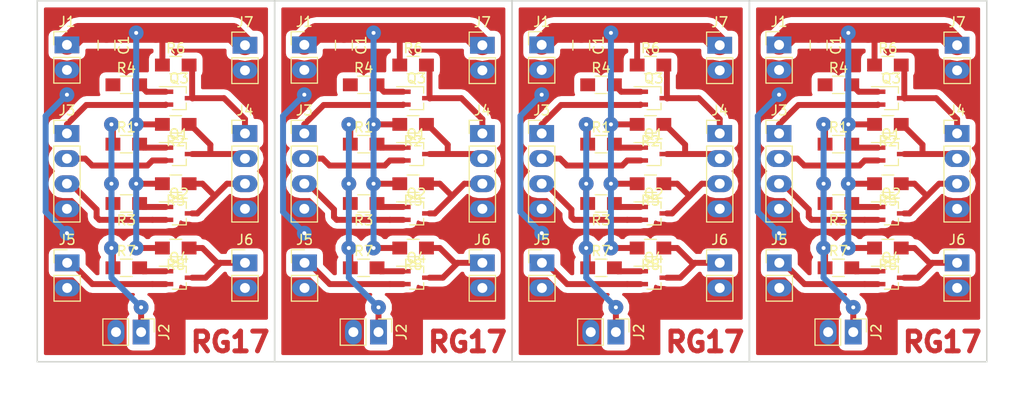
<source format=kicad_pcb>
(kicad_pcb (version 4) (host pcbnew 4.0.7-e2-6376~58~ubuntu16.04.1)
  (layers (0 F.Cu signal) (31 B.Cu signal) (34 B.Paste user) (35 F.Paste user) (36 B.SilkS user) (37 F.SilkS user) (38 B.Mask user) (39 F.Mask user) (44 Edge.Cuts user))
  (net 0 "")
  (net 1 +5V)
  (net 2 GND)
  (net 3 +3V3)
  (net 4 "Net-(J3-Pad1)")
  (net 5 "Net-(J3-Pad2)")
  (net 6 "Net-(J3-Pad3)")
  (net 7 "Net-(J4-Pad1)")
  (net 8 "Net-(J4-Pad2)")
  (net 9 "Net-(J4-Pad3)")
  (net 10 "Net-(J5-Pad1)")
  (net 11 "Net-(J6-Pad1)")
  (net 12 "Net-(Q1-Pad1)")
  (net 13 "Net-(Q2-Pad1)")
  (net 14 "Net-(Q3-Pad1)")
  (net 15 "Net-(Q4-Pad1)")
  (module Resistors_SMD:R_0805_HandSoldering (layer F.Cu) (at 99 19)
    (fp_text reference R6 (at 0 -1.7) (layer F.SilkS))
    (fp_text value 10k)
    (pad 1 smd rect (at -1.35 0) (size 1.5 1.3) (layers F.Cu F.Paste F.Mask) (net 1 +5V))
    (pad 2 smd rect (at 1.35 0) (size 1.5 1.3) (layers F.Cu F.Paste F.Mask) (net 7 "Net-(J4-Pad1)"))
  )
  (module baby_panel_footprints:Header_1x02_2.54mm_Oval (layer F.Cu) (at 106 17)
    (fp_text reference J7 (at 0 -2.33) (layer F.SilkS))
    (fp_text value Conn_01x02_Male)
    (pad 1 thru_hole rect (at 0 0) (size 2.5 1.7) (drill 1) (layers *.Cu *.Mask) (net 1 +5V))
    (pad 2 thru_hole oval (at 0 2.54) (size 2.5 1.7) (drill 1) (layers *.Cu *.Mask) (net 2 GND))
  )
  (module Capacitors_SMD:C_0805_HandSoldering (layer F.Cu) (at 92 17 270)
    (fp_text reference C1 (at 0 -1.75 270) (layer F.SilkS))
    (fp_text value 100n)
    (pad 1 smd rect (at -1.25 0 270) (size 1.5 1.25) (layers F.Cu F.Paste F.Mask) (net 1 +5V))
    (pad 2 smd rect (at 1.25 0 270) (size 1.5 1.25) (layers F.Cu F.Paste F.Mask) (net 2 GND))
  )
  (module baby_panel_footprints:Header_1x02_2.54mm_Oval (layer F.Cu) (at 88 16.96)
    (fp_text reference J1 (at 0 -2.33) (layer F.SilkS))
    (fp_text value Conn_01x02_Male)
    (pad 1 thru_hole rect (at 0 0) (size 2.5 1.7) (drill 1) (layers *.Cu *.Mask) (net 1 +5V))
    (pad 2 thru_hole oval (at 0 2.54) (size 2.5 1.7) (drill 1) (layers *.Cu *.Mask) (net 2 GND))
  )
  (module Resistors_SMD:R_0805_HandSoldering (layer F.Cu) (at 94 21)
    (fp_text reference R4 (at 0 -1.7) (layer F.SilkS))
    (fp_text value 10k)
    (pad 1 smd rect (at -1.35 0) (size 1.5 1.3) (layers F.Cu F.Paste F.Mask) (net 3 +3V3))
    (pad 2 smd rect (at 1.35 0) (size 1.5 1.3) (layers F.Cu F.Paste F.Mask) (net 14 "Net-(Q3-Pad1)"))
  )
  (module Resistors_SMD:R_0805_HandSoldering (layer F.Cu) (at 70 33 180)
    (fp_text reference R3 (at 0 -1.7 180) (layer F.SilkS))
    (fp_text value 10k)
    (pad 1 smd rect (at -1.35 0 180) (size 1.5 1.3) (layers F.Cu F.Paste F.Mask) (net 13 "Net-(Q2-Pad1)"))
    (pad 2 smd rect (at 1.35 0 180) (size 1.5 1.3) (layers F.Cu F.Paste F.Mask) (net 3 +3V3))
  )
  (module Resistors_SMD:R_0805_HandSoldering (layer F.Cu) (at 70 39.5)
    (fp_text reference R7 (at 0 -1.7) (layer F.SilkS))
    (fp_text value 10k)
    (pad 1 smd rect (at -1.35 0) (size 1.5 1.3) (layers F.Cu F.Paste F.Mask) (net 3 +3V3))
    (pad 2 smd rect (at 1.35 0) (size 1.5 1.3) (layers F.Cu F.Paste F.Mask) (net 15 "Net-(Q4-Pad1)"))
  )
  (module Resistors_SMD:R_0805_HandSoldering (layer F.Cu) (at 70 27)
    (fp_text reference R1 (at 0 -1.7) (layer F.SilkS))
    (fp_text value 10k)
    (pad 1 smd rect (at -1.35 0) (size 1.5 1.3) (layers F.Cu F.Paste F.Mask) (net 3 +3V3))
    (pad 2 smd rect (at 1.35 0) (size 1.5 1.3) (layers F.Cu F.Paste F.Mask) (net 12 "Net-(Q1-Pad1)"))
  )
  (module baby_panel_footprints:Header_1x02_2.54mm_Oval (layer F.Cu) (at 71.5 46 270)
    (fp_text reference J2 (at 0 -2.33 270) (layer F.SilkS))
    (fp_text value Conn_01x02_Male)
    (pad 1 thru_hole rect (at 0 0 270) (size 2.5 1.7) (drill 1) (layers *.Cu *.Mask) (net 3 +3V3))
    (pad 2 thru_hole oval (at 0 2.54 270) (size 2.5 1.7) (drill 1) (layers *.Cu *.Mask) (net 2 GND))
  )
  (module baby_panel_footprints:Header_1x04_2.54mm_Oval (layer F.Cu) (at 64 25.92)
    (fp_text reference J3 (at 0 -2.33) (layer F.SilkS))
    (fp_text value Conn_01x04_Male)
    (pad 1 thru_hole rect (at 0 0) (size 2.5 1.7) (drill 1) (layers *.Cu *.Mask) (net 4 "Net-(J3-Pad1)"))
    (pad 2 thru_hole oval (at 0 2.54) (size 2.5 1.7) (drill 1) (layers *.Cu *.Mask) (net 5 "Net-(J3-Pad2)"))
    (pad 3 thru_hole oval (at 0 5.08) (size 2.5 1.7) (drill 1) (layers *.Cu *.Mask) (net 6 "Net-(J3-Pad3)"))
    (pad 4 thru_hole oval (at 0 7.62) (size 2.5 1.7) (drill 1) (layers *.Cu *.Mask) (net 2 GND))
  )
  (module baby_panel_footprints:Header_1x02_2.54mm_Oval (layer F.Cu) (at 64.022858 39)
    (fp_text reference J5 (at 0 -2.33) (layer F.SilkS))
    (fp_text value Conn_01x02_Male)
    (pad 1 thru_hole rect (at 0 0) (size 2.5 1.7) (drill 1) (layers *.Cu *.Mask) (net 10 "Net-(J5-Pad1)"))
    (pad 2 thru_hole oval (at 0 2.54) (size 2.5 1.7) (drill 1) (layers *.Cu *.Mask) (net 2 GND))
  )
  (module baby_panel_footprints:Header_1x04_2.54mm_Oval (layer F.Cu) (at 88 25.92)
    (fp_text reference J3 (at 0 -2.33) (layer F.SilkS))
    (fp_text value Conn_01x04_Male)
    (pad 1 thru_hole rect (at 0 0) (size 2.5 1.7) (drill 1) (layers *.Cu *.Mask) (net 4 "Net-(J3-Pad1)"))
    (pad 2 thru_hole oval (at 0 2.54) (size 2.5 1.7) (drill 1) (layers *.Cu *.Mask) (net 5 "Net-(J3-Pad2)"))
    (pad 3 thru_hole oval (at 0 5.08) (size 2.5 1.7) (drill 1) (layers *.Cu *.Mask) (net 6 "Net-(J3-Pad3)"))
    (pad 4 thru_hole oval (at 0 7.62) (size 2.5 1.7) (drill 1) (layers *.Cu *.Mask) (net 2 GND))
  )
  (module TO_SOT_Packages_SMD:SOT-323_SC-70_Handsoldering (layer F.Cu) (at 75.33 28)
    (fp_text reference Q1 (at 0 -2) (layer F.SilkS))
    (fp_text value BC847W)
    (pad 1 smd rect (at -1.33 -0.65 270) (size 0.45 1.5) (layers F.Cu F.Paste F.Mask) (net 12 "Net-(Q1-Pad1)"))
    (pad 2 smd rect (at -1.33 0.65 270) (size 0.45 1.5) (layers F.Cu F.Paste F.Mask) (net 5 "Net-(J3-Pad2)"))
    (pad 3 smd rect (at 1.33 0 270) (size 0.45 1.5) (layers F.Cu F.Paste F.Mask) (net 8 "Net-(J4-Pad2)"))
  )
  (module Resistors_SMD:R_0805_HandSoldering (layer F.Cu) (at 75 31 180)
    (fp_text reference R5 (at 0 -1.7 180) (layer F.SilkS))
    (fp_text value 10k)
    (pad 1 smd rect (at -1.35 0 180) (size 1.5 1.3) (layers F.Cu F.Paste F.Mask) (net 9 "Net-(J4-Pad3)"))
    (pad 2 smd rect (at 1.35 0 180) (size 1.5 1.3) (layers F.Cu F.Paste F.Mask) (net 1 +5V))
  )
  (module Resistors_SMD:R_0805_HandSoldering (layer F.Cu) (at 75 25 180)
    (fp_text reference R2 (at 0 -1.7 180) (layer F.SilkS))
    (fp_text value 10k)
    (pad 1 smd rect (at -1.35 0 180) (size 1.5 1.3) (layers F.Cu F.Paste F.Mask) (net 8 "Net-(J4-Pad2)"))
    (pad 2 smd rect (at 1.35 0 180) (size 1.5 1.3) (layers F.Cu F.Paste F.Mask) (net 1 +5V))
  )
  (module baby_panel_footprints:Header_1x04_2.54mm_Oval (layer F.Cu) (at 82 25.92)
    (fp_text reference J4 (at 0 -2.33) (layer F.SilkS))
    (fp_text value Conn_01x04_Male)
    (pad 1 thru_hole rect (at 0 0) (size 2.5 1.7) (drill 1) (layers *.Cu *.Mask) (net 7 "Net-(J4-Pad1)"))
    (pad 2 thru_hole oval (at 0 2.54) (size 2.5 1.7) (drill 1) (layers *.Cu *.Mask) (net 8 "Net-(J4-Pad2)"))
    (pad 3 thru_hole oval (at 0 5.08) (size 2.5 1.7) (drill 1) (layers *.Cu *.Mask) (net 9 "Net-(J4-Pad3)"))
    (pad 4 thru_hole oval (at 0 7.62) (size 2.5 1.7) (drill 1) (layers *.Cu *.Mask) (net 2 GND))
  )
  (module TO_SOT_Packages_SMD:SOT-323_SC-70_Handsoldering (layer F.Cu) (at 99.33 22.35)
    (fp_text reference Q3 (at 0 -2) (layer F.SilkS))
    (fp_text value BC847W)
    (pad 1 smd rect (at -1.33 -0.65 270) (size 0.45 1.5) (layers F.Cu F.Paste F.Mask) (net 14 "Net-(Q3-Pad1)"))
    (pad 2 smd rect (at -1.33 0.65 270) (size 0.45 1.5) (layers F.Cu F.Paste F.Mask) (net 4 "Net-(J3-Pad1)"))
    (pad 3 smd rect (at 1.33 0 270) (size 0.45 1.5) (layers F.Cu F.Paste F.Mask) (net 7 "Net-(J4-Pad1)"))
  )
  (module TO_SOT_Packages_SMD:SOT-323_SC-70_Handsoldering (layer F.Cu) (at 99.33 28)
    (fp_text reference Q1 (at 0 -2) (layer F.SilkS))
    (fp_text value BC847W)
    (pad 1 smd rect (at -1.33 -0.65 270) (size 0.45 1.5) (layers F.Cu F.Paste F.Mask) (net 12 "Net-(Q1-Pad1)"))
    (pad 2 smd rect (at -1.33 0.65 270) (size 0.45 1.5) (layers F.Cu F.Paste F.Mask) (net 5 "Net-(J3-Pad2)"))
    (pad 3 smd rect (at 1.33 0 270) (size 0.45 1.5) (layers F.Cu F.Paste F.Mask) (net 8 "Net-(J4-Pad2)"))
  )
  (module Resistors_SMD:R_0805_HandSoldering (layer F.Cu) (at 94 27)
    (fp_text reference R1 (at 0 -1.7) (layer F.SilkS))
    (fp_text value 10k)
    (pad 1 smd rect (at -1.35 0) (size 1.5 1.3) (layers F.Cu F.Paste F.Mask) (net 3 +3V3))
    (pad 2 smd rect (at 1.35 0) (size 1.5 1.3) (layers F.Cu F.Paste F.Mask) (net 12 "Net-(Q1-Pad1)"))
  )
  (module Resistors_SMD:R_0805_HandSoldering (layer F.Cu) (at 99 25 180)
    (fp_text reference R2 (at 0 -1.7 180) (layer F.SilkS))
    (fp_text value 10k)
    (pad 1 smd rect (at -1.35 0 180) (size 1.5 1.3) (layers F.Cu F.Paste F.Mask) (net 8 "Net-(J4-Pad2)"))
    (pad 2 smd rect (at 1.35 0 180) (size 1.5 1.3) (layers F.Cu F.Paste F.Mask) (net 1 +5V))
  )
  (module Resistors_SMD:R_0805_HandSoldering (layer F.Cu) (at 99 31 180)
    (fp_text reference R5 (at 0 -1.7 180) (layer F.SilkS))
    (fp_text value 10k)
    (pad 1 smd rect (at -1.35 0 180) (size 1.5 1.3) (layers F.Cu F.Paste F.Mask) (net 9 "Net-(J4-Pad3)"))
    (pad 2 smd rect (at 1.35 0 180) (size 1.5 1.3) (layers F.Cu F.Paste F.Mask) (net 1 +5V))
  )
  (module baby_panel_footprints:Header_1x02_2.54mm_Oval (layer F.Cu) (at 88.022858 39)
    (fp_text reference J5 (at 0 -2.33) (layer F.SilkS))
    (fp_text value Conn_01x02_Male)
    (pad 1 thru_hole rect (at 0 0) (size 2.5 1.7) (drill 1) (layers *.Cu *.Mask) (net 10 "Net-(J5-Pad1)"))
    (pad 2 thru_hole oval (at 0 2.54) (size 2.5 1.7) (drill 1) (layers *.Cu *.Mask) (net 2 GND))
  )
  (module TO_SOT_Packages_SMD:SOT-323_SC-70_Handsoldering (layer F.Cu) (at 75.33 34)
    (fp_text reference Q2 (at 0 -2) (layer F.SilkS))
    (fp_text value BC847W)
    (pad 1 smd rect (at -1.33 -0.65 270) (size 0.45 1.5) (layers F.Cu F.Paste F.Mask) (net 13 "Net-(Q2-Pad1)"))
    (pad 2 smd rect (at -1.33 0.65 270) (size 0.45 1.5) (layers F.Cu F.Paste F.Mask) (net 6 "Net-(J3-Pad3)"))
    (pad 3 smd rect (at 1.33 0 270) (size 0.45 1.5) (layers F.Cu F.Paste F.Mask) (net 9 "Net-(J4-Pad3)"))
  )
  (module baby_panel_footprints:Header_1x02_2.54mm_Oval (layer F.Cu) (at 82 39)
    (fp_text reference J6 (at 0 -2.33) (layer F.SilkS))
    (fp_text value Conn_01x02_Male)
    (pad 1 thru_hole rect (at 0 0) (size 2.5 1.7) (drill 1) (layers *.Cu *.Mask) (net 11 "Net-(J6-Pad1)"))
    (pad 2 thru_hole oval (at 0 2.54) (size 2.5 1.7) (drill 1) (layers *.Cu *.Mask) (net 2 GND))
  )
  (module TO_SOT_Packages_SMD:SOT-323_SC-70_Handsoldering (layer F.Cu) (at 75.33 40.5)
    (fp_text reference Q4 (at 0 -2) (layer F.SilkS))
    (fp_text value BC847W)
    (pad 1 smd rect (at -1.33 -0.65 270) (size 0.45 1.5) (layers F.Cu F.Paste F.Mask) (net 15 "Net-(Q4-Pad1)"))
    (pad 2 smd rect (at -1.33 0.65 270) (size 0.45 1.5) (layers F.Cu F.Paste F.Mask) (net 10 "Net-(J5-Pad1)"))
    (pad 3 smd rect (at 1.33 0 270) (size 0.45 1.5) (layers F.Cu F.Paste F.Mask) (net 11 "Net-(J6-Pad1)"))
  )
  (module Resistors_SMD:R_0805_HandSoldering (layer F.Cu) (at 75 37.5 180)
    (fp_text reference R8 (at 0 -1.7 180) (layer F.SilkS))
    (fp_text value 10k)
    (pad 1 smd rect (at -1.35 0 180) (size 1.5 1.3) (layers F.Cu F.Paste F.Mask) (net 11 "Net-(J6-Pad1)"))
    (pad 2 smd rect (at 1.35 0 180) (size 1.5 1.3) (layers F.Cu F.Paste F.Mask) (net 1 +5V))
  )
  (module baby_panel_footprints:Header_1x02_2.54mm_Oval (layer F.Cu) (at 82 17)
    (fp_text reference J7 (at 0 -2.33) (layer F.SilkS))
    (fp_text value Conn_01x02_Male)
    (pad 1 thru_hole rect (at 0 0) (size 2.5 1.7) (drill 1) (layers *.Cu *.Mask) (net 1 +5V))
    (pad 2 thru_hole oval (at 0 2.54) (size 2.5 1.7) (drill 1) (layers *.Cu *.Mask) (net 2 GND))
  )
  (module TO_SOT_Packages_SMD:SOT-323_SC-70_Handsoldering (layer F.Cu) (at 75.33 22.35)
    (fp_text reference Q3 (at 0 -2) (layer F.SilkS))
    (fp_text value BC847W)
    (pad 1 smd rect (at -1.33 -0.65 270) (size 0.45 1.5) (layers F.Cu F.Paste F.Mask) (net 14 "Net-(Q3-Pad1)"))
    (pad 2 smd rect (at -1.33 0.65 270) (size 0.45 1.5) (layers F.Cu F.Paste F.Mask) (net 4 "Net-(J3-Pad1)"))
    (pad 3 smd rect (at 1.33 0 270) (size 0.45 1.5) (layers F.Cu F.Paste F.Mask) (net 7 "Net-(J4-Pad1)"))
  )
  (module Resistors_SMD:R_0805_HandSoldering (layer F.Cu) (at 70 21)
    (fp_text reference R4 (at 0 -1.7) (layer F.SilkS))
    (fp_text value 10k)
    (pad 1 smd rect (at -1.35 0) (size 1.5 1.3) (layers F.Cu F.Paste F.Mask) (net 3 +3V3))
    (pad 2 smd rect (at 1.35 0) (size 1.5 1.3) (layers F.Cu F.Paste F.Mask) (net 14 "Net-(Q3-Pad1)"))
  )
  (module Capacitors_SMD:C_0805_HandSoldering (layer F.Cu) (at 68 17 270)
    (fp_text reference C1 (at 0 -1.75 270) (layer F.SilkS))
    (fp_text value 100n)
    (pad 1 smd rect (at -1.25 0 270) (size 1.5 1.25) (layers F.Cu F.Paste F.Mask) (net 1 +5V))
    (pad 2 smd rect (at 1.25 0 270) (size 1.5 1.25) (layers F.Cu F.Paste F.Mask) (net 2 GND))
  )
  (module baby_panel_footprints:Header_1x02_2.54mm_Oval (layer F.Cu) (at 64 16.96)
    (fp_text reference J1 (at 0 -2.33) (layer F.SilkS))
    (fp_text value Conn_01x02_Male)
    (pad 1 thru_hole rect (at 0 0) (size 2.5 1.7) (drill 1) (layers *.Cu *.Mask) (net 1 +5V))
    (pad 2 thru_hole oval (at 0 2.54) (size 2.5 1.7) (drill 1) (layers *.Cu *.Mask) (net 2 GND))
  )
  (module Resistors_SMD:R_0805_HandSoldering (layer F.Cu) (at 75 19)
    (fp_text reference R6 (at 0 -1.7) (layer F.SilkS))
    (fp_text value 10k)
    (pad 1 smd rect (at -1.35 0) (size 1.5 1.3) (layers F.Cu F.Paste F.Mask) (net 1 +5V))
    (pad 2 smd rect (at 1.35 0) (size 1.5 1.3) (layers F.Cu F.Paste F.Mask) (net 7 "Net-(J4-Pad1)"))
  )
  (module Resistors_SMD:R_0805_HandSoldering (layer F.Cu) (at 99 37.5 180)
    (fp_text reference R8 (at 0 -1.7 180) (layer F.SilkS))
    (fp_text value 10k)
    (pad 1 smd rect (at -1.35 0 180) (size 1.5 1.3) (layers F.Cu F.Paste F.Mask) (net 11 "Net-(J6-Pad1)"))
    (pad 2 smd rect (at 1.35 0 180) (size 1.5 1.3) (layers F.Cu F.Paste F.Mask) (net 1 +5V))
  )
  (module baby_panel_footprints:Header_1x02_2.54mm_Oval (layer F.Cu) (at 106 39)
    (fp_text reference J6 (at 0 -2.33) (layer F.SilkS))
    (fp_text value Conn_01x02_Male)
    (pad 1 thru_hole rect (at 0 0) (size 2.5 1.7) (drill 1) (layers *.Cu *.Mask) (net 11 "Net-(J6-Pad1)"))
    (pad 2 thru_hole oval (at 0 2.54) (size 2.5 1.7) (drill 1) (layers *.Cu *.Mask) (net 2 GND))
  )
  (module baby_panel_footprints:Header_1x02_2.54mm_Oval (layer F.Cu) (at 95.5 46 270)
    (fp_text reference J2 (at 0 -2.33 270) (layer F.SilkS))
    (fp_text value Conn_01x02_Male)
    (pad 1 thru_hole rect (at 0 0 270) (size 2.5 1.7) (drill 1) (layers *.Cu *.Mask) (net 3 +3V3))
    (pad 2 thru_hole oval (at 0 2.54 270) (size 2.5 1.7) (drill 1) (layers *.Cu *.Mask) (net 2 GND))
  )
  (module TO_SOT_Packages_SMD:SOT-323_SC-70_Handsoldering (layer F.Cu) (at 99.33 34)
    (fp_text reference Q2 (at 0 -2) (layer F.SilkS))
    (fp_text value BC847W)
    (pad 1 smd rect (at -1.33 -0.65 270) (size 0.45 1.5) (layers F.Cu F.Paste F.Mask) (net 13 "Net-(Q2-Pad1)"))
    (pad 2 smd rect (at -1.33 0.65 270) (size 0.45 1.5) (layers F.Cu F.Paste F.Mask) (net 6 "Net-(J3-Pad3)"))
    (pad 3 smd rect (at 1.33 0 270) (size 0.45 1.5) (layers F.Cu F.Paste F.Mask) (net 9 "Net-(J4-Pad3)"))
  )
  (module TO_SOT_Packages_SMD:SOT-323_SC-70_Handsoldering (layer F.Cu) (at 99.33 40.5)
    (fp_text reference Q4 (at 0 -2) (layer F.SilkS))
    (fp_text value BC847W)
    (pad 1 smd rect (at -1.33 -0.65 270) (size 0.45 1.5) (layers F.Cu F.Paste F.Mask) (net 15 "Net-(Q4-Pad1)"))
    (pad 2 smd rect (at -1.33 0.65 270) (size 0.45 1.5) (layers F.Cu F.Paste F.Mask) (net 10 "Net-(J5-Pad1)"))
    (pad 3 smd rect (at 1.33 0 270) (size 0.45 1.5) (layers F.Cu F.Paste F.Mask) (net 11 "Net-(J6-Pad1)"))
  )
  (module Resistors_SMD:R_0805_HandSoldering (layer F.Cu) (at 94 33 180)
    (fp_text reference R3 (at 0 -1.7 180) (layer F.SilkS))
    (fp_text value 10k)
    (pad 1 smd rect (at -1.35 0 180) (size 1.5 1.3) (layers F.Cu F.Paste F.Mask) (net 13 "Net-(Q2-Pad1)"))
    (pad 2 smd rect (at 1.35 0 180) (size 1.5 1.3) (layers F.Cu F.Paste F.Mask) (net 3 +3V3))
  )
  (module baby_panel_footprints:Header_1x04_2.54mm_Oval (layer F.Cu) (at 106 25.92)
    (fp_text reference J4 (at 0 -2.33) (layer F.SilkS))
    (fp_text value Conn_01x04_Male)
    (pad 1 thru_hole rect (at 0 0) (size 2.5 1.7) (drill 1) (layers *.Cu *.Mask) (net 7 "Net-(J4-Pad1)"))
    (pad 2 thru_hole oval (at 0 2.54) (size 2.5 1.7) (drill 1) (layers *.Cu *.Mask) (net 8 "Net-(J4-Pad2)"))
    (pad 3 thru_hole oval (at 0 5.08) (size 2.5 1.7) (drill 1) (layers *.Cu *.Mask) (net 9 "Net-(J4-Pad3)"))
    (pad 4 thru_hole oval (at 0 7.62) (size 2.5 1.7) (drill 1) (layers *.Cu *.Mask) (net 2 GND))
  )
  (module Resistors_SMD:R_0805_HandSoldering (layer F.Cu) (at 94 39.5)
    (fp_text reference R7 (at 0 -1.7) (layer F.SilkS))
    (fp_text value 10k)
    (pad 1 smd rect (at -1.35 0) (size 1.5 1.3) (layers F.Cu F.Paste F.Mask) (net 3 +3V3))
    (pad 2 smd rect (at 1.35 0) (size 1.5 1.3) (layers F.Cu F.Paste F.Mask) (net 15 "Net-(Q4-Pad1)"))
  )
  (module Resistors_SMD:R_0805_HandSoldering (layer F.Cu) (at 51 37.5 180)
    (fp_text reference R8 (at 0 -1.7 180) (layer F.SilkS))
    (fp_text value 10k)
    (pad 1 smd rect (at -1.35 0 180) (size 1.5 1.3) (layers F.Cu F.Paste F.Mask) (net 11 "Net-(J6-Pad1)"))
    (pad 2 smd rect (at 1.35 0 180) (size 1.5 1.3) (layers F.Cu F.Paste F.Mask) (net 1 +5V))
  )
  (module baby_panel_footprints:Header_1x02_2.54mm_Oval (layer F.Cu) (at 40.022858 39)
    (fp_text reference J5 (at 0 -2.33) (layer F.SilkS))
    (fp_text value Conn_01x02_Male)
    (pad 1 thru_hole rect (at 0 0) (size 2.5 1.7) (drill 1) (layers *.Cu *.Mask) (net 10 "Net-(J5-Pad1)"))
    (pad 2 thru_hole oval (at 0 2.54) (size 2.5 1.7) (drill 1) (layers *.Cu *.Mask) (net 2 GND))
  )
  (module baby_panel_footprints:Header_1x02_2.54mm_Oval (layer F.Cu) (at 58 39)
    (fp_text reference J6 (at 0 -2.33) (layer F.SilkS))
    (fp_text value Conn_01x02_Male)
    (pad 1 thru_hole rect (at 0 0) (size 2.5 1.7) (drill 1) (layers *.Cu *.Mask) (net 11 "Net-(J6-Pad1)"))
    (pad 2 thru_hole oval (at 0 2.54) (size 2.5 1.7) (drill 1) (layers *.Cu *.Mask) (net 2 GND))
  )
  (module baby_panel_footprints:Header_1x02_2.54mm_Oval (layer F.Cu) (at 47.5 46 270)
    (fp_text reference J2 (at 0 -2.33 270) (layer F.SilkS))
    (fp_text value Conn_01x02_Male)
    (pad 1 thru_hole rect (at 0 0 270) (size 2.5 1.7) (drill 1) (layers *.Cu *.Mask) (net 3 +3V3))
    (pad 2 thru_hole oval (at 0 2.54 270) (size 2.5 1.7) (drill 1) (layers *.Cu *.Mask) (net 2 GND))
  )
  (module TO_SOT_Packages_SMD:SOT-323_SC-70_Handsoldering (layer F.Cu) (at 51.33 34)
    (fp_text reference Q2 (at 0 -2) (layer F.SilkS))
    (fp_text value BC847W)
    (pad 1 smd rect (at -1.33 -0.65 270) (size 0.45 1.5) (layers F.Cu F.Paste F.Mask) (net 13 "Net-(Q2-Pad1)"))
    (pad 2 smd rect (at -1.33 0.65 270) (size 0.45 1.5) (layers F.Cu F.Paste F.Mask) (net 6 "Net-(J3-Pad3)"))
    (pad 3 smd rect (at 1.33 0 270) (size 0.45 1.5) (layers F.Cu F.Paste F.Mask) (net 9 "Net-(J4-Pad3)"))
  )
  (module TO_SOT_Packages_SMD:SOT-323_SC-70_Handsoldering (layer F.Cu) (at 51.33 40.5)
    (fp_text reference Q4 (at 0 -2) (layer F.SilkS))
    (fp_text value BC847W)
    (pad 1 smd rect (at -1.33 -0.65 270) (size 0.45 1.5) (layers F.Cu F.Paste F.Mask) (net 15 "Net-(Q4-Pad1)"))
    (pad 2 smd rect (at -1.33 0.65 270) (size 0.45 1.5) (layers F.Cu F.Paste F.Mask) (net 10 "Net-(J5-Pad1)"))
    (pad 3 smd rect (at 1.33 0 270) (size 0.45 1.5) (layers F.Cu F.Paste F.Mask) (net 11 "Net-(J6-Pad1)"))
  )
  (module Resistors_SMD:R_0805_HandSoldering (layer F.Cu) (at 46 33 180)
    (fp_text reference R3 (at 0 -1.7 180) (layer F.SilkS))
    (fp_text value 10k)
    (pad 1 smd rect (at -1.35 0 180) (size 1.5 1.3) (layers F.Cu F.Paste F.Mask) (net 13 "Net-(Q2-Pad1)"))
    (pad 2 smd rect (at 1.35 0 180) (size 1.5 1.3) (layers F.Cu F.Paste F.Mask) (net 3 +3V3))
  )
  (module Resistors_SMD:R_0805_HandSoldering (layer F.Cu) (at 46 39.5)
    (fp_text reference R7 (at 0 -1.7) (layer F.SilkS))
    (fp_text value 10k)
    (pad 1 smd rect (at -1.35 0) (size 1.5 1.3) (layers F.Cu F.Paste F.Mask) (net 3 +3V3))
    (pad 2 smd rect (at 1.35 0) (size 1.5 1.3) (layers F.Cu F.Paste F.Mask) (net 15 "Net-(Q4-Pad1)"))
  )
  (module Resistors_SMD:R_0805_HandSoldering (layer F.Cu) (at 51 19)
    (fp_text reference R6 (at 0 -1.7) (layer F.SilkS))
    (fp_text value 10k)
    (pad 1 smd rect (at -1.35 0) (size 1.5 1.3) (layers F.Cu F.Paste F.Mask) (net 1 +5V))
    (pad 2 smd rect (at 1.35 0) (size 1.5 1.3) (layers F.Cu F.Paste F.Mask) (net 7 "Net-(J4-Pad1)"))
  )
  (module baby_panel_footprints:Header_1x02_2.54mm_Oval (layer F.Cu) (at 58 17)
    (fp_text reference J7 (at 0 -2.33) (layer F.SilkS))
    (fp_text value Conn_01x02_Male)
    (pad 1 thru_hole rect (at 0 0) (size 2.5 1.7) (drill 1) (layers *.Cu *.Mask) (net 1 +5V))
    (pad 2 thru_hole oval (at 0 2.54) (size 2.5 1.7) (drill 1) (layers *.Cu *.Mask) (net 2 GND))
  )
  (module Capacitors_SMD:C_0805_HandSoldering (layer F.Cu) (at 44 17 270)
    (fp_text reference C1 (at 0 -1.75 270) (layer F.SilkS))
    (fp_text value 100n)
    (pad 1 smd rect (at -1.25 0 270) (size 1.5 1.25) (layers F.Cu F.Paste F.Mask) (net 1 +5V))
    (pad 2 smd rect (at 1.25 0 270) (size 1.5 1.25) (layers F.Cu F.Paste F.Mask) (net 2 GND))
  )
  (module baby_panel_footprints:Header_1x02_2.54mm_Oval (layer F.Cu) (at 40 16.96)
    (fp_text reference J1 (at 0 -2.33) (layer F.SilkS))
    (fp_text value Conn_01x02_Male)
    (pad 1 thru_hole rect (at 0 0) (size 2.5 1.7) (drill 1) (layers *.Cu *.Mask) (net 1 +5V))
    (pad 2 thru_hole oval (at 0 2.54) (size 2.5 1.7) (drill 1) (layers *.Cu *.Mask) (net 2 GND))
  )
  (module TO_SOT_Packages_SMD:SOT-323_SC-70_Handsoldering (layer F.Cu) (at 51.33 22.35)
    (fp_text reference Q3 (at 0 -2) (layer F.SilkS))
    (fp_text value BC847W)
    (pad 1 smd rect (at -1.33 -0.65 270) (size 0.45 1.5) (layers F.Cu F.Paste F.Mask) (net 14 "Net-(Q3-Pad1)"))
    (pad 2 smd rect (at -1.33 0.65 270) (size 0.45 1.5) (layers F.Cu F.Paste F.Mask) (net 4 "Net-(J3-Pad1)"))
    (pad 3 smd rect (at 1.33 0 270) (size 0.45 1.5) (layers F.Cu F.Paste F.Mask) (net 7 "Net-(J4-Pad1)"))
  )
  (module Resistors_SMD:R_0805_HandSoldering (layer F.Cu) (at 46 21)
    (fp_text reference R4 (at 0 -1.7) (layer F.SilkS))
    (fp_text value 10k)
    (pad 1 smd rect (at -1.35 0) (size 1.5 1.3) (layers F.Cu F.Paste F.Mask) (net 3 +3V3))
    (pad 2 smd rect (at 1.35 0) (size 1.5 1.3) (layers F.Cu F.Paste F.Mask) (net 14 "Net-(Q3-Pad1)"))
  )
  (module baby_panel_footprints:Header_1x04_2.54mm_Oval (layer F.Cu) (at 58 25.92)
    (fp_text reference J4 (at 0 -2.33) (layer F.SilkS))
    (fp_text value Conn_01x04_Male)
    (pad 1 thru_hole rect (at 0 0) (size 2.5 1.7) (drill 1) (layers *.Cu *.Mask) (net 7 "Net-(J4-Pad1)"))
    (pad 2 thru_hole oval (at 0 2.54) (size 2.5 1.7) (drill 1) (layers *.Cu *.Mask) (net 8 "Net-(J4-Pad2)"))
    (pad 3 thru_hole oval (at 0 5.08) (size 2.5 1.7) (drill 1) (layers *.Cu *.Mask) (net 9 "Net-(J4-Pad3)"))
    (pad 4 thru_hole oval (at 0 7.62) (size 2.5 1.7) (drill 1) (layers *.Cu *.Mask) (net 2 GND))
  )
  (module Resistors_SMD:R_0805_HandSoldering (layer F.Cu) (at 51 31 180)
    (fp_text reference R5 (at 0 -1.7 180) (layer F.SilkS))
    (fp_text value 10k)
    (pad 1 smd rect (at -1.35 0 180) (size 1.5 1.3) (layers F.Cu F.Paste F.Mask) (net 9 "Net-(J4-Pad3)"))
    (pad 2 smd rect (at 1.35 0 180) (size 1.5 1.3) (layers F.Cu F.Paste F.Mask) (net 1 +5V))
  )
  (module TO_SOT_Packages_SMD:SOT-323_SC-70_Handsoldering (layer F.Cu) (at 51.33 28)
    (fp_text reference Q1 (at 0 -2) (layer F.SilkS))
    (fp_text value BC847W)
    (pad 1 smd rect (at -1.33 -0.65 270) (size 0.45 1.5) (layers F.Cu F.Paste F.Mask) (net 12 "Net-(Q1-Pad1)"))
    (pad 2 smd rect (at -1.33 0.65 270) (size 0.45 1.5) (layers F.Cu F.Paste F.Mask) (net 5 "Net-(J3-Pad2)"))
    (pad 3 smd rect (at 1.33 0 270) (size 0.45 1.5) (layers F.Cu F.Paste F.Mask) (net 8 "Net-(J4-Pad2)"))
  )
  (module baby_panel_footprints:Header_1x04_2.54mm_Oval (layer F.Cu) (at 40 25.92)
    (fp_text reference J3 (at 0 -2.33) (layer F.SilkS))
    (fp_text value Conn_01x04_Male)
    (pad 1 thru_hole rect (at 0 0) (size 2.5 1.7) (drill 1) (layers *.Cu *.Mask) (net 4 "Net-(J3-Pad1)"))
    (pad 2 thru_hole oval (at 0 2.54) (size 2.5 1.7) (drill 1) (layers *.Cu *.Mask) (net 5 "Net-(J3-Pad2)"))
    (pad 3 thru_hole oval (at 0 5.08) (size 2.5 1.7) (drill 1) (layers *.Cu *.Mask) (net 6 "Net-(J3-Pad3)"))
    (pad 4 thru_hole oval (at 0 7.62) (size 2.5 1.7) (drill 1) (layers *.Cu *.Mask) (net 2 GND))
  )
  (module Resistors_SMD:R_0805_HandSoldering (layer F.Cu) (at 51 25 180)
    (fp_text reference R2 (at 0 -1.7 180) (layer F.SilkS))
    (fp_text value 10k)
    (pad 1 smd rect (at -1.35 0 180) (size 1.5 1.3) (layers F.Cu F.Paste F.Mask) (net 8 "Net-(J4-Pad2)"))
    (pad 2 smd rect (at 1.35 0 180) (size 1.5 1.3) (layers F.Cu F.Paste F.Mask) (net 1 +5V))
  )
  (module Resistors_SMD:R_0805_HandSoldering (layer F.Cu) (at 46 27)
    (fp_text reference R1 (at 0 -1.7) (layer F.SilkS))
    (fp_text value 10k)
    (pad 1 smd rect (at -1.35 0) (size 1.5 1.3) (layers F.Cu F.Paste F.Mask) (net 3 +3V3))
    (pad 2 smd rect (at 1.35 0) (size 1.5 1.3) (layers F.Cu F.Paste F.Mask) (net 12 "Net-(Q1-Pad1)"))
  )
  (module Capacitors_SMD:C_0805_HandSoldering (layer F.Cu) (at 20 17 270)
    (fp_text reference C1 (at 0 -1.75 270) (layer F.SilkS))
    (fp_text value 100n)
    (pad 1 smd rect (at -1.25 0 270) (size 1.5 1.25) (layers F.Cu F.Paste F.Mask) (net 1 +5V))
    (pad 2 smd rect (at 1.25 0 270) (size 1.5 1.25) (layers F.Cu F.Paste F.Mask) (net 2 GND))
  )
  (module baby_panel_footprints:Header_1x02_2.54mm_Oval (layer F.Cu) (at 16 16.96)
    (fp_text reference J1 (at 0 -2.33) (layer F.SilkS))
    (fp_text value Conn_01x02_Male)
    (pad 1 thru_hole rect (at 0 0) (size 2.5 1.7) (drill 1) (layers *.Cu *.Mask) (net 1 +5V))
    (pad 2 thru_hole oval (at 0 2.54) (size 2.5 1.7) (drill 1) (layers *.Cu *.Mask) (net 2 GND))
  )
  (module baby_panel_footprints:Header_1x02_2.54mm_Oval (layer F.Cu) (at 23.5 46 270)
    (fp_text reference J2 (at 0 -2.33 270) (layer F.SilkS))
    (fp_text value Conn_01x02_Male)
    (pad 1 thru_hole rect (at 0 0 270) (size 2.5 1.7) (drill 1) (layers *.Cu *.Mask) (net 3 +3V3))
    (pad 2 thru_hole oval (at 0 2.54 270) (size 2.5 1.7) (drill 1) (layers *.Cu *.Mask) (net 2 GND))
  )
  (module baby_panel_footprints:Header_1x04_2.54mm_Oval (layer F.Cu) (at 16 25.92)
    (fp_text reference J3 (at 0 -2.33) (layer F.SilkS))
    (fp_text value Conn_01x04_Male)
    (pad 1 thru_hole rect (at 0 0) (size 2.5 1.7) (drill 1) (layers *.Cu *.Mask) (net 4 "Net-(J3-Pad1)"))
    (pad 2 thru_hole oval (at 0 2.54) (size 2.5 1.7) (drill 1) (layers *.Cu *.Mask) (net 5 "Net-(J3-Pad2)"))
    (pad 3 thru_hole oval (at 0 5.08) (size 2.5 1.7) (drill 1) (layers *.Cu *.Mask) (net 6 "Net-(J3-Pad3)"))
    (pad 4 thru_hole oval (at 0 7.62) (size 2.5 1.7) (drill 1) (layers *.Cu *.Mask) (net 2 GND))
  )
  (module baby_panel_footprints:Header_1x04_2.54mm_Oval (layer F.Cu) (at 34 25.92)
    (fp_text reference J4 (at 0 -2.33) (layer F.SilkS))
    (fp_text value Conn_01x04_Male)
    (pad 1 thru_hole rect (at 0 0) (size 2.5 1.7) (drill 1) (layers *.Cu *.Mask) (net 7 "Net-(J4-Pad1)"))
    (pad 2 thru_hole oval (at 0 2.54) (size 2.5 1.7) (drill 1) (layers *.Cu *.Mask) (net 8 "Net-(J4-Pad2)"))
    (pad 3 thru_hole oval (at 0 5.08) (size 2.5 1.7) (drill 1) (layers *.Cu *.Mask) (net 9 "Net-(J4-Pad3)"))
    (pad 4 thru_hole oval (at 0 7.62) (size 2.5 1.7) (drill 1) (layers *.Cu *.Mask) (net 2 GND))
  )
  (module baby_panel_footprints:Header_1x02_2.54mm_Oval (layer F.Cu) (at 16.022858 39)
    (fp_text reference J5 (at 0 -2.33) (layer F.SilkS))
    (fp_text value Conn_01x02_Male)
    (pad 1 thru_hole rect (at 0 0) (size 2.5 1.7) (drill 1) (layers *.Cu *.Mask) (net 10 "Net-(J5-Pad1)"))
    (pad 2 thru_hole oval (at 0 2.54) (size 2.5 1.7) (drill 1) (layers *.Cu *.Mask) (net 2 GND))
  )
  (module baby_panel_footprints:Header_1x02_2.54mm_Oval (layer F.Cu) (at 34 39)
    (fp_text reference J6 (at 0 -2.33) (layer F.SilkS))
    (fp_text value Conn_01x02_Male)
    (pad 1 thru_hole rect (at 0 0) (size 2.5 1.7) (drill 1) (layers *.Cu *.Mask) (net 11 "Net-(J6-Pad1)"))
    (pad 2 thru_hole oval (at 0 2.54) (size 2.5 1.7) (drill 1) (layers *.Cu *.Mask) (net 2 GND))
  )
  (module baby_panel_footprints:Header_1x02_2.54mm_Oval (layer F.Cu) (at 34 17)
    (fp_text reference J7 (at 0 -2.33) (layer F.SilkS))
    (fp_text value Conn_01x02_Male)
    (pad 1 thru_hole rect (at 0 0) (size 2.5 1.7) (drill 1) (layers *.Cu *.Mask) (net 1 +5V))
    (pad 2 thru_hole oval (at 0 2.54) (size 2.5 1.7) (drill 1) (layers *.Cu *.Mask) (net 2 GND))
  )
  (module TO_SOT_Packages_SMD:SOT-323_SC-70_Handsoldering (layer F.Cu) (at 27.33 28)
    (fp_text reference Q1 (at 0 -2) (layer F.SilkS))
    (fp_text value BC847W)
    (pad 1 smd rect (at -1.33 -0.65 270) (size 0.45 1.5) (layers F.Cu F.Paste F.Mask) (net 12 "Net-(Q1-Pad1)"))
    (pad 2 smd rect (at -1.33 0.65 270) (size 0.45 1.5) (layers F.Cu F.Paste F.Mask) (net 5 "Net-(J3-Pad2)"))
    (pad 3 smd rect (at 1.33 0 270) (size 0.45 1.5) (layers F.Cu F.Paste F.Mask) (net 8 "Net-(J4-Pad2)"))
  )
  (module TO_SOT_Packages_SMD:SOT-323_SC-70_Handsoldering (layer F.Cu) (at 27.33 34)
    (fp_text reference Q2 (at 0 -2) (layer F.SilkS))
    (fp_text value BC847W)
    (pad 1 smd rect (at -1.33 -0.65 270) (size 0.45 1.5) (layers F.Cu F.Paste F.Mask) (net 13 "Net-(Q2-Pad1)"))
    (pad 2 smd rect (at -1.33 0.65 270) (size 0.45 1.5) (layers F.Cu F.Paste F.Mask) (net 6 "Net-(J3-Pad3)"))
    (pad 3 smd rect (at 1.33 0 270) (size 0.45 1.5) (layers F.Cu F.Paste F.Mask) (net 9 "Net-(J4-Pad3)"))
  )
  (module TO_SOT_Packages_SMD:SOT-323_SC-70_Handsoldering (layer F.Cu) (at 27.33 22.35)
    (fp_text reference Q3 (at 0 -2) (layer F.SilkS))
    (fp_text value BC847W)
    (pad 1 smd rect (at -1.33 -0.65 270) (size 0.45 1.5) (layers F.Cu F.Paste F.Mask) (net 14 "Net-(Q3-Pad1)"))
    (pad 2 smd rect (at -1.33 0.65 270) (size 0.45 1.5) (layers F.Cu F.Paste F.Mask) (net 4 "Net-(J3-Pad1)"))
    (pad 3 smd rect (at 1.33 0 270) (size 0.45 1.5) (layers F.Cu F.Paste F.Mask) (net 7 "Net-(J4-Pad1)"))
  )
  (module TO_SOT_Packages_SMD:SOT-323_SC-70_Handsoldering (layer F.Cu) (at 27.33 40.5)
    (fp_text reference Q4 (at 0 -2) (layer F.SilkS))
    (fp_text value BC847W)
    (pad 1 smd rect (at -1.33 -0.65 270) (size 0.45 1.5) (layers F.Cu F.Paste F.Mask) (net 15 "Net-(Q4-Pad1)"))
    (pad 2 smd rect (at -1.33 0.65 270) (size 0.45 1.5) (layers F.Cu F.Paste F.Mask) (net 10 "Net-(J5-Pad1)"))
    (pad 3 smd rect (at 1.33 0 270) (size 0.45 1.5) (layers F.Cu F.Paste F.Mask) (net 11 "Net-(J6-Pad1)"))
  )
  (module Resistors_SMD:R_0805_HandSoldering (layer F.Cu) (at 22 27)
    (fp_text reference R1 (at 0 -1.7) (layer F.SilkS))
    (fp_text value 10k)
    (pad 1 smd rect (at -1.35 0) (size 1.5 1.3) (layers F.Cu F.Paste F.Mask) (net 3 +3V3))
    (pad 2 smd rect (at 1.35 0) (size 1.5 1.3) (layers F.Cu F.Paste F.Mask) (net 12 "Net-(Q1-Pad1)"))
  )
  (module Resistors_SMD:R_0805_HandSoldering (layer F.Cu) (at 27 25 180)
    (fp_text reference R2 (at 0 -1.7 180) (layer F.SilkS))
    (fp_text value 10k)
    (pad 1 smd rect (at -1.35 0 180) (size 1.5 1.3) (layers F.Cu F.Paste F.Mask) (net 8 "Net-(J4-Pad2)"))
    (pad 2 smd rect (at 1.35 0 180) (size 1.5 1.3) (layers F.Cu F.Paste F.Mask) (net 1 +5V))
  )
  (module Resistors_SMD:R_0805_HandSoldering (layer F.Cu) (at 22 33 180)
    (fp_text reference R3 (at 0 -1.7 180) (layer F.SilkS))
    (fp_text value 10k)
    (pad 1 smd rect (at -1.35 0 180) (size 1.5 1.3) (layers F.Cu F.Paste F.Mask) (net 13 "Net-(Q2-Pad1)"))
    (pad 2 smd rect (at 1.35 0 180) (size 1.5 1.3) (layers F.Cu F.Paste F.Mask) (net 3 +3V3))
  )
  (module Resistors_SMD:R_0805_HandSoldering (layer F.Cu) (at 22 21)
    (fp_text reference R4 (at 0 -1.7) (layer F.SilkS))
    (fp_text value 10k)
    (pad 1 smd rect (at -1.35 0) (size 1.5 1.3) (layers F.Cu F.Paste F.Mask) (net 3 +3V3))
    (pad 2 smd rect (at 1.35 0) (size 1.5 1.3) (layers F.Cu F.Paste F.Mask) (net 14 "Net-(Q3-Pad1)"))
  )
  (module Resistors_SMD:R_0805_HandSoldering (layer F.Cu) (at 27 31 180)
    (fp_text reference R5 (at 0 -1.7 180) (layer F.SilkS))
    (fp_text value 10k)
    (pad 1 smd rect (at -1.35 0 180) (size 1.5 1.3) (layers F.Cu F.Paste F.Mask) (net 9 "Net-(J4-Pad3)"))
    (pad 2 smd rect (at 1.35 0 180) (size 1.5 1.3) (layers F.Cu F.Paste F.Mask) (net 1 +5V))
  )
  (module Resistors_SMD:R_0805_HandSoldering (layer F.Cu) (at 27 19)
    (fp_text reference R6 (at 0 -1.7) (layer F.SilkS))
    (fp_text value 10k)
    (pad 1 smd rect (at -1.35 0) (size 1.5 1.3) (layers F.Cu F.Paste F.Mask) (net 1 +5V))
    (pad 2 smd rect (at 1.35 0) (size 1.5 1.3) (layers F.Cu F.Paste F.Mask) (net 7 "Net-(J4-Pad1)"))
  )
  (module Resistors_SMD:R_0805_HandSoldering (layer F.Cu) (at 22 39.5)
    (fp_text reference R7 (at 0 -1.7) (layer F.SilkS))
    (fp_text value 10k)
    (pad 1 smd rect (at -1.35 0) (size 1.5 1.3) (layers F.Cu F.Paste F.Mask) (net 3 +3V3))
    (pad 2 smd rect (at 1.35 0) (size 1.5 1.3) (layers F.Cu F.Paste F.Mask) (net 15 "Net-(Q4-Pad1)"))
  )
  (module Resistors_SMD:R_0805_HandSoldering (layer F.Cu) (at 27 37.5 180)
    (fp_text reference R8 (at 0 -1.7 180) (layer F.SilkS))
    (fp_text value 10k)
    (pad 1 smd rect (at -1.35 0 180) (size 1.5 1.3) (layers F.Cu F.Paste F.Mask) (net 11 "Net-(J6-Pad1)"))
    (pad 2 smd rect (at 1.35 0 180) (size 1.5 1.3) (layers F.Cu F.Paste F.Mask) (net 1 +5V))
  )
  (gr_line (start 85 12.5) (end 85 49) (layer Edge.Cuts) (width 0.15))
  (gr_line (start 61 49) (end 85 49) (layer Edge.Cuts) (width 0.15))
  (gr_line (start 85 49) (end 85 12.5) (layer Edge.Cuts) (width 0.15))
  (gr_line (start 85 12.5) (end 61 12.5) (layer Edge.Cuts) (width 0.15))
  (gr_line (start 109 12.5) (end 85 12.5) (layer Edge.Cuts) (width 0.15))
  (gr_line (start 85 49) (end 109 49) (layer Edge.Cuts) (width 0.15))
  (gr_line (start 109 49) (end 109 12.5) (layer Edge.Cuts) (width 0.15))
  (gr_line (start 61 12.5) (end 61 49) (layer Edge.Cuts) (width 0.15))
  (gr_text RG17 (at 104.5 47) (layer F.Cu) (effects (font (size 2 2) (thickness 0.5))))
  (gr_text RG17 (at 80.5 47) (layer F.Cu) (effects (font (size 2 2) (thickness 0.5))))
  (gr_line (start 37 12.5) (end 37 49) (layer Edge.Cuts) (width 0.15))
  (gr_line (start 37 49) (end 61 49) (layer Edge.Cuts) (width 0.15))
  (gr_line (start 61 49) (end 61 12.5) (layer Edge.Cuts) (width 0.15))
  (gr_line (start 61 12.5) (end 37 12.5) (layer Edge.Cuts) (width 0.15))
  (gr_text RG17 (at 56.5 47) (layer F.Cu) (effects (font (size 2 2) (thickness 0.5))))
  (gr_text RG17 (at 32.5 47) (layer F.Cu) (effects (font (size 2 2) (thickness 0.5))))
  (gr_line (start 37 12.5) (end 13 12.5) (layer Edge.Cuts) (width 0.15))
  (gr_line (start 37 49) (end 37 12.5) (layer Edge.Cuts) (width 0.15))
  (gr_line (start 13 49) (end 37 49) (layer Edge.Cuts) (width 0.15))
  (gr_line (start 13 12.5) (end 13 49) (layer Edge.Cuts) (width 0.15))
  (segment (start 95 37.499998) (end 95 31) (width 0.6) (layer B.Cu) (net 1))
  (segment (start 95 25) (end 95 15.75) (width 0.6) (layer B.Cu) (net 1))
  (segment (start 95 31) (end 95 25) (width 0.6) (layer B.Cu) (net 1))
  (segment (start 71 31) (end 71 25) (width 0.6) (layer B.Cu) (net 1))
  (segment (start 71 25) (end 71 15.75) (width 0.6) (layer B.Cu) (net 1))
  (segment (start 71 37.499998) (end 71 31) (width 0.6) (layer B.Cu) (net 1))
  (segment (start 97.65 25) (end 95 25) (width 0.6) (layer F.Cu) (net 1))
  (segment (start 97.65 31) (end 95 31) (width 0.6) (layer F.Cu) (net 1))
  (segment (start 97.65 16.4) (end 97 15.75) (width 0.6) (layer F.Cu) (net 1))
  (segment (start 89.21 15.75) (end 92 15.75) (width 2) (layer F.Cu) (net 1))
  (segment (start 92 15.75) (end 95 15.75) (width 2) (layer F.Cu) (net 1))
  (segment (start 97.65 19) (end 97.65 16.4) (width 0.6) (layer F.Cu) (net 1))
  (segment (start 95 15.75) (end 97 15.75) (width 2) (layer F.Cu) (net 1))
  (segment (start 73.65 31) (end 71 31) (width 0.6) (layer F.Cu) (net 1))
  (segment (start 73.65 37.5) (end 71.000002 37.5) (width 0.6) (layer F.Cu) (net 1))
  (segment (start 71.000002 37.5) (end 71 37.499998) (width 0.6) (layer F.Cu) (net 1))
  (segment (start 97 15.75) (end 104.75 15.75) (width 2) (layer F.Cu) (net 1))
  (segment (start 104.75 15.75) (end 106 17) (width 2) (layer F.Cu) (net 1))
  (segment (start 88 16.96) (end 89.21 15.75) (width 2) (layer F.Cu) (net 1))
  (segment (start 97.65 37.5) (end 95.000002 37.5) (width 0.6) (layer F.Cu) (net 1))
  (segment (start 95.000002 37.5) (end 95 37.499998) (width 0.6) (layer F.Cu) (net 1))
  (segment (start 73.65 25) (end 71 25) (width 0.6) (layer F.Cu) (net 1))
  (segment (start 71 15.75) (end 73 15.75) (width 2) (layer F.Cu) (net 1))
  (segment (start 68 15.75) (end 71 15.75) (width 2) (layer F.Cu) (net 1))
  (segment (start 73.65 16.4) (end 73 15.75) (width 0.6) (layer F.Cu) (net 1))
  (segment (start 80.75 15.75) (end 82 17) (width 2) (layer F.Cu) (net 1))
  (segment (start 73 15.75) (end 80.75 15.75) (width 2) (layer F.Cu) (net 1))
  (segment (start 64 16.96) (end 65.21 15.75) (width 2) (layer F.Cu) (net 1))
  (segment (start 65.21 15.75) (end 68 15.75) (width 2) (layer F.Cu) (net 1))
  (segment (start 73.65 19) (end 73.65 16.4) (width 0.6) (layer F.Cu) (net 1))
  (via (at 95 15.75) (size 1.5) (drill 0.4) (layers F.Cu B.Cu) (net 1))
  (via (at 95 25) (size 1.5) (drill 0.4) (layers F.Cu B.Cu) (net 1))
  (via (at 95 31) (size 1.5) (drill 0.4) (layers F.Cu B.Cu) (net 1))
  (via (at 71 37.499998) (size 1.5) (drill 0.4) (layers F.Cu B.Cu) (net 1))
  (via (at 71 31) (size 1.5) (drill 0.4) (layers F.Cu B.Cu) (net 1))
  (via (at 71 15.75) (size 1.5) (drill 0.4) (layers F.Cu B.Cu) (net 1))
  (via (at 71 25) (size 1.5) (drill 0.4) (layers F.Cu B.Cu) (net 1))
  (via (at 95 37.499998) (size 1.5) (drill 0.4) (layers F.Cu B.Cu) (net 1))
  (segment (start 47 25) (end 47 15.75) (width 0.6) (layer B.Cu) (net 1))
  (segment (start 47 31) (end 47 25) (width 0.6) (layer B.Cu) (net 1))
  (segment (start 47 37.499998) (end 47 31) (width 0.6) (layer B.Cu) (net 1))
  (segment (start 47.000002 37.5) (end 47 37.499998) (width 0.6) (layer F.Cu) (net 1))
  (segment (start 49.65 37.5) (end 47.000002 37.5) (width 0.6) (layer F.Cu) (net 1))
  (segment (start 49.65 31) (end 47 31) (width 0.6) (layer F.Cu) (net 1))
  (segment (start 41.21 15.75) (end 44 15.75) (width 2) (layer F.Cu) (net 1))
  (segment (start 49 15.75) (end 56.75 15.75) (width 2) (layer F.Cu) (net 1))
  (segment (start 40 16.96) (end 41.21 15.75) (width 2) (layer F.Cu) (net 1))
  (segment (start 56.75 15.75) (end 58 17) (width 2) (layer F.Cu) (net 1))
  (segment (start 49.65 25) (end 47 25) (width 0.6) (layer F.Cu) (net 1))
  (segment (start 49.65 16.4) (end 49 15.75) (width 0.6) (layer F.Cu) (net 1))
  (segment (start 49.65 19) (end 49.65 16.4) (width 0.6) (layer F.Cu) (net 1))
  (segment (start 47 15.75) (end 49 15.75) (width 2) (layer F.Cu) (net 1))
  (segment (start 44 15.75) (end 47 15.75) (width 2) (layer F.Cu) (net 1))
  (via (at 47 15.75) (size 1.5) (drill 0.4) (layers F.Cu B.Cu) (net 1))
  (via (at 47 25) (size 1.5) (drill 0.4) (layers F.Cu B.Cu) (net 1))
  (via (at 47 31) (size 1.5) (drill 0.4) (layers F.Cu B.Cu) (net 1))
  (via (at 47 37.499998) (size 1.5) (drill 0.4) (layers F.Cu B.Cu) (net 1))
  (segment (start 23 37.499998) (end 23 31) (width 0.6) (layer B.Cu) (net 1))
  (segment (start 25.65 37.5) (end 23.000002 37.5) (width 0.6) (layer F.Cu) (net 1))
  (segment (start 23.000002 37.5) (end 23 37.499998) (width 0.6) (layer F.Cu) (net 1))
  (via (at 23 37.499998) (size 1.5) (drill 0.4) (layers F.Cu B.Cu) (net 1))
  (segment (start 23 31) (end 23 25) (width 0.6) (layer B.Cu) (net 1))
  (segment (start 25.65 31) (end 23 31) (width 0.6) (layer F.Cu) (net 1))
  (via (at 23 31) (size 1.5) (drill 0.4) (layers F.Cu B.Cu) (net 1))
  (segment (start 20 15.75) (end 23 15.75) (width 2) (layer F.Cu) (net 1))
  (segment (start 23 15.75) (end 25 15.75) (width 2) (layer F.Cu) (net 1))
  (segment (start 23 25) (end 23 15.75) (width 0.6) (layer B.Cu) (net 1))
  (via (at 23 15.75) (size 1.5) (drill 0.4) (layers F.Cu B.Cu) (net 1))
  (segment (start 25.65 25) (end 23 25) (width 0.6) (layer F.Cu) (net 1))
  (via (at 23 25) (size 1.5) (drill 0.4) (layers F.Cu B.Cu) (net 1))
  (segment (start 25.65 19) (end 25.65 16.4) (width 0.6) (layer F.Cu) (net 1))
  (segment (start 25 15.75) (end 32.75 15.75) (width 2) (layer F.Cu) (net 1))
  (segment (start 25.65 16.4) (end 25 15.75) (width 0.6) (layer F.Cu) (net 1))
  (segment (start 32.75 15.75) (end 34 17) (width 2) (layer F.Cu) (net 1))
  (segment (start 16 16.96) (end 17.21 15.75) (width 2) (layer F.Cu) (net 1))
  (segment (start 17.21 15.75) (end 20 15.75) (width 2) (layer F.Cu) (net 1))
  (segment (start 85.84999 33.84999) (end 88 36) (width 0.6) (layer B.Cu) (net 2))
  (segment (start 85.84999 24.15001) (end 85.84999 33.84999) (width 0.6) (layer B.Cu) (net 2))
  (segment (start 88 22) (end 85.84999 24.15001) (width 0.6) (layer B.Cu) (net 2))
  (segment (start 64 22) (end 61.84999 24.15001) (width 0.6) (layer B.Cu) (net 2))
  (segment (start 61.84999 33.84999) (end 64 36) (width 0.6) (layer B.Cu) (net 2))
  (segment (start 61.84999 24.15001) (end 61.84999 33.84999) (width 0.6) (layer B.Cu) (net 2))
  (segment (start 88 19.5) (end 88 22) (width 0.6) (layer F.Cu) (net 2))
  (segment (start 64 36) (end 64 33.54) (width 0.6) (layer F.Cu) (net 2))
  (segment (start 88 36) (end 88 33.54) (width 0.6) (layer F.Cu) (net 2))
  (segment (start 64 19.5) (end 64 22) (width 0.6) (layer F.Cu) (net 2))
  (via (at 88 22) (size 1.5) (drill 0.4) (layers F.Cu B.Cu) (net 2))
  (via (at 64 36) (size 1.5) (drill 0.4) (layers F.Cu B.Cu) (net 2))
  (via (at 64 22) (size 1.5) (drill 0.4) (layers F.Cu B.Cu) (net 2))
  (via (at 88 36) (size 1.5) (drill 0.4) (layers F.Cu B.Cu) (net 2))
  (segment (start 40 22) (end 37.84999 24.15001) (width 0.6) (layer B.Cu) (net 2))
  (segment (start 37.84999 24.15001) (end 37.84999 33.84999) (width 0.6) (layer B.Cu) (net 2))
  (segment (start 37.84999 33.84999) (end 40 36) (width 0.6) (layer B.Cu) (net 2))
  (segment (start 40 36) (end 40 33.54) (width 0.6) (layer F.Cu) (net 2))
  (segment (start 40 19.5) (end 40 22) (width 0.6) (layer F.Cu) (net 2))
  (via (at 40 22) (size 1.5) (drill 0.4) (layers F.Cu B.Cu) (net 2))
  (via (at 40 36) (size 1.5) (drill 0.4) (layers F.Cu B.Cu) (net 2))
  (segment (start 16 36) (end 16 33.54) (width 0.6) (layer F.Cu) (net 2))
  (segment (start 16 22) (end 13.84999 24.15001) (width 0.6) (layer B.Cu) (net 2))
  (segment (start 13.84999 33.84999) (end 16 36) (width 0.6) (layer B.Cu) (net 2))
  (segment (start 13.84999 24.15001) (end 13.84999 33.84999) (width 0.6) (layer B.Cu) (net 2))
  (via (at 16 36) (size 1.5) (drill 0.4) (layers F.Cu B.Cu) (net 2))
  (segment (start 16 19.5) (end 16 22) (width 0.6) (layer F.Cu) (net 2))
  (via (at 16 22) (size 1.5) (drill 0.4) (layers F.Cu B.Cu) (net 2))
  (segment (start 92.5 37.5) (end 92.5 31) (width 0.6) (layer B.Cu) (net 3))
  (segment (start 95.5 43.5) (end 92.5 40.5) (width 0.6) (layer B.Cu) (net 3))
  (segment (start 92.5 40.5) (end 92.5 37.5) (width 0.6) (layer B.Cu) (net 3))
  (segment (start 92.5 25) (end 92.5 31) (width 0.6) (layer B.Cu) (net 3))
  (segment (start 68.5 25) (end 68.5 31) (width 0.6) (layer B.Cu) (net 3))
  (segment (start 68.5 37.5) (end 68.5 31) (width 0.6) (layer B.Cu) (net 3))
  (segment (start 71.5 43.5) (end 68.5 40.5) (width 0.6) (layer B.Cu) (net 3))
  (segment (start 68.5 40.5) (end 68.5 37.5) (width 0.6) (layer B.Cu) (net 3))
  (segment (start 92.65 27) (end 92.65 25.15) (width 0.6) (layer F.Cu) (net 3))
  (segment (start 92.65 25.15) (end 92.5 25) (width 0.6) (layer F.Cu) (net 3))
  (segment (start 92.5 32.85) (end 92.65 33) (width 0.6) (layer F.Cu) (net 3))
  (segment (start 92.5 31) (end 92.5 32.85) (width 0.6) (layer F.Cu) (net 3))
  (segment (start 68.5 31) (end 68.5 32.85) (width 0.6) (layer F.Cu) (net 3))
  (segment (start 68.5 32.85) (end 68.65 33) (width 0.6) (layer F.Cu) (net 3))
  (segment (start 68.65 37.65) (end 68.5 37.5) (width 0.6) (layer F.Cu) (net 3))
  (segment (start 68.65 39.5) (end 68.65 37.65) (width 0.6) (layer F.Cu) (net 3))
  (segment (start 95.5 46) (end 95.5 43.5) (width 0.6) (layer F.Cu) (net 3))
  (segment (start 92.65 37.65) (end 92.5 37.5) (width 0.6) (layer F.Cu) (net 3))
  (segment (start 92.65 39.5) (end 92.65 37.65) (width 0.6) (layer F.Cu) (net 3))
  (segment (start 68.65 27) (end 68.65 25.15) (width 0.6) (layer F.Cu) (net 3))
  (segment (start 68.65 25.15) (end 68.5 25) (width 0.6) (layer F.Cu) (net 3))
  (segment (start 71.5 46) (end 71.5 43.5) (width 0.6) (layer F.Cu) (net 3))
  (via (at 92.5 25) (size 1.5) (drill 0.4) (layers F.Cu B.Cu) (net 3))
  (via (at 92.5 31) (size 1.5) (drill 0.4) (layers F.Cu B.Cu) (net 3))
  (via (at 68.5 31) (size 1.5) (drill 0.4) (layers F.Cu B.Cu) (net 3))
  (via (at 68.5 37.5) (size 1.5) (drill 0.4) (layers F.Cu B.Cu) (net 3))
  (via (at 71.5 43.5) (size 1.5) (drill 0.4) (layers F.Cu B.Cu) (net 3))
  (via (at 68.5 25) (size 1.5) (drill 0.4) (layers F.Cu B.Cu) (net 3))
  (via (at 95.5 43.5) (size 1.5) (drill 0.4) (layers F.Cu B.Cu) (net 3))
  (via (at 92.5 37.5) (size 1.5) (drill 0.4) (layers F.Cu B.Cu) (net 3))
  (segment (start 44.5 25) (end 44.5 31) (width 0.6) (layer B.Cu) (net 3))
  (segment (start 44.5 37.5) (end 44.5 31) (width 0.6) (layer B.Cu) (net 3))
  (segment (start 44.5 40.5) (end 44.5 37.5) (width 0.6) (layer B.Cu) (net 3))
  (segment (start 47.5 43.5) (end 44.5 40.5) (width 0.6) (layer B.Cu) (net 3))
  (segment (start 44.65 37.65) (end 44.5 37.5) (width 0.6) (layer F.Cu) (net 3))
  (segment (start 44.65 39.5) (end 44.65 37.65) (width 0.6) (layer F.Cu) (net 3))
  (segment (start 44.5 32.85) (end 44.65 33) (width 0.6) (layer F.Cu) (net 3))
  (segment (start 44.5 31) (end 44.5 32.85) (width 0.6) (layer F.Cu) (net 3))
  (segment (start 47.5 46) (end 47.5 43.5) (width 0.6) (layer F.Cu) (net 3))
  (segment (start 44.65 25.15) (end 44.5 25) (width 0.6) (layer F.Cu) (net 3))
  (segment (start 44.65 27) (end 44.65 25.15) (width 0.6) (layer F.Cu) (net 3))
  (via (at 44.5 31) (size 1.5) (drill 0.4) (layers F.Cu B.Cu) (net 3))
  (via (at 44.5 25) (size 1.5) (drill 0.4) (layers F.Cu B.Cu) (net 3))
  (via (at 47.5 43.5) (size 1.5) (drill 0.4) (layers F.Cu B.Cu) (net 3))
  (via (at 44.5 37.5) (size 1.5) (drill 0.4) (layers F.Cu B.Cu) (net 3))
  (segment (start 23.5 43.5) (end 20.5 40.5) (width 0.6) (layer B.Cu) (net 3))
  (segment (start 20.5 40.5) (end 20.5 37.5) (width 0.6) (layer B.Cu) (net 3))
  (segment (start 23.5 46) (end 23.5 43.5) (width 0.6) (layer F.Cu) (net 3))
  (via (at 23.5 43.5) (size 1.5) (drill 0.4) (layers F.Cu B.Cu) (net 3))
  (segment (start 20.5 37.5) (end 20.5 31) (width 0.6) (layer B.Cu) (net 3))
  (segment (start 20.65 39.5) (end 20.65 37.65) (width 0.6) (layer F.Cu) (net 3))
  (segment (start 20.65 37.65) (end 20.5 37.5) (width 0.6) (layer F.Cu) (net 3))
  (via (at 20.5 37.5) (size 1.5) (drill 0.4) (layers F.Cu B.Cu) (net 3))
  (segment (start 20.5 31) (end 20.5 32.85) (width 0.6) (layer F.Cu) (net 3))
  (segment (start 20.5 32.85) (end 20.65 33) (width 0.6) (layer F.Cu) (net 3))
  (segment (start 20.5 25) (end 20.5 31) (width 0.6) (layer B.Cu) (net 3))
  (via (at 20.5 31) (size 1.5) (drill 0.4) (layers F.Cu B.Cu) (net 3))
  (segment (start 20.65 27) (end 20.65 25.15) (width 0.6) (layer F.Cu) (net 3))
  (segment (start 20.65 25.15) (end 20.5 25) (width 0.6) (layer F.Cu) (net 3))
  (via (at 20.5 25) (size 1.5) (drill 0.4) (layers F.Cu B.Cu) (net 3))
  (segment (start 97.960826 23.039174) (end 89.960826 23.039174) (width 0.6) (layer F.Cu) (net 4))
  (segment (start 89.960826 23.039174) (end 88 25) (width 0.6) (layer F.Cu) (net 4))
  (segment (start 88 25) (end 88 25.92) (width 0.6) (layer F.Cu) (net 4))
  (segment (start 98 23) (end 97.960826 23.039174) (width 0.6) (layer F.Cu) (net 4))
  (segment (start 74 23) (end 73.960826 23.039174) (width 0.6) (layer F.Cu) (net 4))
  (segment (start 73.960826 23.039174) (end 65.960826 23.039174) (width 0.6) (layer F.Cu) (net 4))
  (segment (start 64 25) (end 64 25.92) (width 0.6) (layer F.Cu) (net 4))
  (segment (start 65.960826 23.039174) (end 64 25) (width 0.6) (layer F.Cu) (net 4))
  (segment (start 49.960826 23.039174) (end 41.960826 23.039174) (width 0.6) (layer F.Cu) (net 4))
  (segment (start 50 23) (end 49.960826 23.039174) (width 0.6) (layer F.Cu) (net 4))
  (segment (start 40 25) (end 40 25.92) (width 0.6) (layer F.Cu) (net 4))
  (segment (start 41.960826 23.039174) (end 40 25) (width 0.6) (layer F.Cu) (net 4))
  (segment (start 26 23) (end 25.960826 23.039174) (width 0.6) (layer F.Cu) (net 4))
  (segment (start 25.960826 23.039174) (end 17.960826 23.039174) (width 0.6) (layer F.Cu) (net 4))
  (segment (start 17.960826 23.039174) (end 16 25) (width 0.6) (layer F.Cu) (net 4))
  (segment (start 16 25) (end 16 25.92) (width 0.6) (layer F.Cu) (net 4))
  (segment (start 90.551267 29.161267) (end 96.138733 29.161267) (width 0.6) (layer F.Cu) (net 5))
  (segment (start 96.65 28.65) (end 98 28.65) (width 0.6) (layer F.Cu) (net 5))
  (segment (start 96.138733 29.161267) (end 96.65 28.65) (width 0.6) (layer F.Cu) (net 5))
  (segment (start 89.85 28.46) (end 90.551267 29.161267) (width 0.6) (layer F.Cu) (net 5))
  (segment (start 88 28.46) (end 89.85 28.46) (width 0.6) (layer F.Cu) (net 5))
  (segment (start 66.551267 29.161267) (end 72.138733 29.161267) (width 0.6) (layer F.Cu) (net 5))
  (segment (start 72.138733 29.161267) (end 72.65 28.65) (width 0.6) (layer F.Cu) (net 5))
  (segment (start 72.65 28.65) (end 74 28.65) (width 0.6) (layer F.Cu) (net 5))
  (segment (start 64 28.46) (end 65.85 28.46) (width 0.6) (layer F.Cu) (net 5))
  (segment (start 65.85 28.46) (end 66.551267 29.161267) (width 0.6) (layer F.Cu) (net 5))
  (segment (start 48.65 28.65) (end 50 28.65) (width 0.6) (layer F.Cu) (net 5))
  (segment (start 48.138733 29.161267) (end 48.65 28.65) (width 0.6) (layer F.Cu) (net 5))
  (segment (start 42.551267 29.161267) (end 48.138733 29.161267) (width 0.6) (layer F.Cu) (net 5))
  (segment (start 41.85 28.46) (end 42.551267 29.161267) (width 0.6) (layer F.Cu) (net 5))
  (segment (start 40 28.46) (end 41.85 28.46) (width 0.6) (layer F.Cu) (net 5))
  (segment (start 16 28.46) (end 17.85 28.46) (width 0.6) (layer F.Cu) (net 5))
  (segment (start 17.85 28.46) (end 18.551267 29.161267) (width 0.6) (layer F.Cu) (net 5))
  (segment (start 18.551267 29.161267) (end 24.138733 29.161267) (width 0.6) (layer F.Cu) (net 5))
  (segment (start 24.138733 29.161267) (end 24.65 28.65) (width 0.6) (layer F.Cu) (net 5))
  (segment (start 24.65 28.65) (end 26 28.65) (width 0.6) (layer F.Cu) (net 5))
  (segment (start 88.4 31) (end 90.999999 33.599999) (width 0.6) (layer F.Cu) (net 6))
  (segment (start 88 31) (end 88.4 31) (width 0.6) (layer F.Cu) (net 6))
  (segment (start 66.999999 34.370001) (end 67.279998 34.65) (width 0.6) (layer F.Cu) (net 6))
  (segment (start 66.999999 33.599999) (end 66.999999 34.370001) (width 0.6) (layer F.Cu) (net 6))
  (segment (start 72.65 34.65) (end 74 34.65) (width 0.6) (layer F.Cu) (net 6))
  (segment (start 64.4 31) (end 66.999999 33.599999) (width 0.6) (layer F.Cu) (net 6))
  (segment (start 64 31) (end 64.4 31) (width 0.6) (layer F.Cu) (net 6))
  (segment (start 67.279998 34.65) (end 72.65 34.65) (width 0.6) (layer F.Cu) (net 6))
  (segment (start 91.279998 34.65) (end 96.65 34.65) (width 0.6) (layer F.Cu) (net 6))
  (segment (start 96.65 34.65) (end 98 34.65) (width 0.6) (layer F.Cu) (net 6))
  (segment (start 90.999999 33.599999) (end 90.999999 34.370001) (width 0.6) (layer F.Cu) (net 6))
  (segment (start 90.999999 34.370001) (end 91.279998 34.65) (width 0.6) (layer F.Cu) (net 6))
  (segment (start 40.4 31) (end 42.999999 33.599999) (width 0.6) (layer F.Cu) (net 6))
  (segment (start 42.999999 33.599999) (end 42.999999 34.370001) (width 0.6) (layer F.Cu) (net 6))
  (segment (start 42.999999 34.370001) (end 43.279998 34.65) (width 0.6) (layer F.Cu) (net 6))
  (segment (start 40 31) (end 40.4 31) (width 0.6) (layer F.Cu) (net 6))
  (segment (start 48.65 34.65) (end 50 34.65) (width 0.6) (layer F.Cu) (net 6))
  (segment (start 43.279998 34.65) (end 48.65 34.65) (width 0.6) (layer F.Cu) (net 6))
  (segment (start 16 31) (end 16.4 31) (width 0.6) (layer F.Cu) (net 6))
  (segment (start 16.4 31) (end 18.999999 33.599999) (width 0.6) (layer F.Cu) (net 6))
  (segment (start 18.999999 33.599999) (end 18.999999 34.370001) (width 0.6) (layer F.Cu) (net 6))
  (segment (start 18.999999 34.370001) (end 19.279998 34.65) (width 0.6) (layer F.Cu) (net 6))
  (segment (start 19.279998 34.65) (end 24.65 34.65) (width 0.6) (layer F.Cu) (net 6))
  (segment (start 24.65 34.65) (end 26 34.65) (width 0.6) (layer F.Cu) (net 6))
  (segment (start 100.66 22.35) (end 100.66 19.31) (width 0.6) (layer F.Cu) (net 7))
  (segment (start 100.66 19.31) (end 100.35 19) (width 0.6) (layer F.Cu) (net 7))
  (segment (start 100.66 22.35) (end 103.88 22.35) (width 0.6) (layer F.Cu) (net 7))
  (segment (start 100.69 22.38) (end 100.66 22.35) (width 0.6) (layer F.Cu) (net 7))
  (segment (start 106 24.47) (end 106 25.92) (width 0.6) (layer F.Cu) (net 7))
  (segment (start 103.88 22.35) (end 106 24.47) (width 0.6) (layer F.Cu) (net 7))
  (segment (start 76.66 22.35) (end 79.88 22.35) (width 0.6) (layer F.Cu) (net 7))
  (segment (start 79.88 22.35) (end 82 24.47) (width 0.6) (layer F.Cu) (net 7))
  (segment (start 76.69 22.38) (end 76.66 22.35) (width 0.6) (layer F.Cu) (net 7))
  (segment (start 76.66 22.35) (end 76.66 19.31) (width 0.6) (layer F.Cu) (net 7))
  (segment (start 76.66 19.31) (end 76.35 19) (width 0.6) (layer F.Cu) (net 7))
  (segment (start 82 24.47) (end 82 25.92) (width 0.6) (layer F.Cu) (net 7))
  (segment (start 52.69 22.38) (end 52.66 22.35) (width 0.6) (layer F.Cu) (net 7))
  (segment (start 55.88 22.35) (end 58 24.47) (width 0.6) (layer F.Cu) (net 7))
  (segment (start 52.66 22.35) (end 55.88 22.35) (width 0.6) (layer F.Cu) (net 7))
  (segment (start 52.66 19.31) (end 52.35 19) (width 0.6) (layer F.Cu) (net 7))
  (segment (start 52.66 22.35) (end 52.66 19.31) (width 0.6) (layer F.Cu) (net 7))
  (segment (start 58 24.47) (end 58 25.92) (width 0.6) (layer F.Cu) (net 7))
  (segment (start 28.66 22.35) (end 31.88 22.35) (width 0.6) (layer F.Cu) (net 7))
  (segment (start 31.88 22.35) (end 34 24.47) (width 0.6) (layer F.Cu) (net 7))
  (segment (start 34 24.47) (end 34 25.92) (width 0.6) (layer F.Cu) (net 7))
  (segment (start 28.69 22.38) (end 28.66 22.35) (width 0.6) (layer F.Cu) (net 7))
  (segment (start 28.66 22.35) (end 28.66 19.31) (width 0.6) (layer F.Cu) (net 7))
  (segment (start 28.66 19.31) (end 28.35 19) (width 0.6) (layer F.Cu) (net 7))
  (segment (start 100.35 25) (end 100.45 25) (width 0.6) (layer F.Cu) (net 8))
  (segment (start 100.45 25) (end 102.5 27.05) (width 0.6) (layer F.Cu) (net 8))
  (segment (start 105.54 28) (end 106 28.46) (width 0.6) (layer F.Cu) (net 8))
  (segment (start 102.5 28) (end 105.54 28) (width 0.6) (layer F.Cu) (net 8))
  (segment (start 100.66 28) (end 102.5 28) (width 0.6) (layer F.Cu) (net 8))
  (segment (start 102.5 27.05) (end 102.5 28) (width 0.6) (layer F.Cu) (net 8))
  (segment (start 76.35 25) (end 76.45 25) (width 0.6) (layer F.Cu) (net 8))
  (segment (start 76.45 25) (end 78.5 27.05) (width 0.6) (layer F.Cu) (net 8))
  (segment (start 76.66 28) (end 78.5 28) (width 0.6) (layer F.Cu) (net 8))
  (segment (start 78.5 27.05) (end 78.5 28) (width 0.6) (layer F.Cu) (net 8))
  (segment (start 78.5 28) (end 81.54 28) (width 0.6) (layer F.Cu) (net 8))
  (segment (start 81.54 28) (end 82 28.46) (width 0.6) (layer F.Cu) (net 8))
  (segment (start 52.35 25) (end 52.45 25) (width 0.6) (layer F.Cu) (net 8))
  (segment (start 52.66 28) (end 54.5 28) (width 0.6) (layer F.Cu) (net 8))
  (segment (start 57.54 28) (end 58 28.46) (width 0.6) (layer F.Cu) (net 8))
  (segment (start 54.5 28) (end 57.54 28) (width 0.6) (layer F.Cu) (net 8))
  (segment (start 54.5 27.05) (end 54.5 28) (width 0.6) (layer F.Cu) (net 8))
  (segment (start 52.45 25) (end 54.5 27.05) (width 0.6) (layer F.Cu) (net 8))
  (segment (start 28.66 28) (end 30.5 28) (width 0.6) (layer F.Cu) (net 8))
  (segment (start 30.5 28) (end 33.54 28) (width 0.6) (layer F.Cu) (net 8))
  (segment (start 28.35 25) (end 28.45 25) (width 0.6) (layer F.Cu) (net 8))
  (segment (start 28.45 25) (end 30.5 27.05) (width 0.6) (layer F.Cu) (net 8))
  (segment (start 30.5 27.05) (end 30.5 28) (width 0.6) (layer F.Cu) (net 8))
  (segment (start 33.54 28) (end 34 28.46) (width 0.6) (layer F.Cu) (net 8))
  (segment (start 101.7 31) (end 102.885 32.185) (width 0.6) (layer F.Cu) (net 9))
  (segment (start 102.885 32.3) (end 101.185 34) (width 0.6) (layer F.Cu) (net 9))
  (segment (start 102.885 32.185) (end 103 32.185) (width 0.6) (layer F.Cu) (net 9))
  (segment (start 102.885 32.185) (end 102.885 32.3) (width 0.6) (layer F.Cu) (net 9))
  (segment (start 100.35 31) (end 101.7 31) (width 0.6) (layer F.Cu) (net 9))
  (segment (start 103 32.185) (end 104.185 31) (width 0.6) (layer F.Cu) (net 9))
  (segment (start 104.185 31) (end 106 31) (width 0.6) (layer F.Cu) (net 9))
  (segment (start 101.185 34) (end 100.66 34) (width 0.6) (layer F.Cu) (net 9))
  (segment (start 80.185 31) (end 82 31) (width 0.6) (layer F.Cu) (net 9))
  (segment (start 76.35 31) (end 77.7 31) (width 0.6) (layer F.Cu) (net 9))
  (segment (start 77.185 34) (end 76.66 34) (width 0.6) (layer F.Cu) (net 9))
  (segment (start 78.885 32.185) (end 79 32.185) (width 0.6) (layer F.Cu) (net 9))
  (segment (start 78.885 32.185) (end 78.885 32.3) (width 0.6) (layer F.Cu) (net 9))
  (segment (start 77.7 31) (end 78.885 32.185) (width 0.6) (layer F.Cu) (net 9))
  (segment (start 79 32.185) (end 80.185 31) (width 0.6) (layer F.Cu) (net 9))
  (segment (start 78.885 32.3) (end 77.185 34) (width 0.6) (layer F.Cu) (net 9))
  (segment (start 56.185 31) (end 58 31) (width 0.6) (layer F.Cu) (net 9))
  (segment (start 54.885 32.185) (end 54.885 32.3) (width 0.6) (layer F.Cu) (net 9))
  (segment (start 53.185 34) (end 52.66 34) (width 0.6) (layer F.Cu) (net 9))
  (segment (start 54.885 32.185) (end 55 32.185) (width 0.6) (layer F.Cu) (net 9))
  (segment (start 52.35 31) (end 53.7 31) (width 0.6) (layer F.Cu) (net 9))
  (segment (start 55 32.185) (end 56.185 31) (width 0.6) (layer F.Cu) (net 9))
  (segment (start 54.885 32.3) (end 53.185 34) (width 0.6) (layer F.Cu) (net 9))
  (segment (start 53.7 31) (end 54.885 32.185) (width 0.6) (layer F.Cu) (net 9))
  (segment (start 30.885 32.185) (end 30.885 32.3) (width 0.6) (layer F.Cu) (net 9))
  (segment (start 30.885 32.3) (end 29.185 34) (width 0.6) (layer F.Cu) (net 9))
  (segment (start 29.185 34) (end 28.66 34) (width 0.6) (layer F.Cu) (net 9))
  (segment (start 31 32.185) (end 32.185 31) (width 0.6) (layer F.Cu) (net 9))
  (segment (start 28.35 31) (end 29.7 31) (width 0.6) (layer F.Cu) (net 9))
  (segment (start 29.7 31) (end 30.885 32.185) (width 0.6) (layer F.Cu) (net 9))
  (segment (start 30.885 32.185) (end 31 32.185) (width 0.6) (layer F.Cu) (net 9))
  (segment (start 32.185 31) (end 34 31) (width 0.6) (layer F.Cu) (net 9))
  (segment (start 64.422858 39) (end 66.572858 41.15) (width 0.6) (layer F.Cu) (net 10))
  (segment (start 64.022858 39) (end 64.422858 39) (width 0.6) (layer F.Cu) (net 10))
  (segment (start 72.65 41.15) (end 74 41.15) (width 0.6) (layer F.Cu) (net 10))
  (segment (start 66.572858 41.15) (end 72.65 41.15) (width 0.6) (layer F.Cu) (net 10))
  (segment (start 90.572858 41.15) (end 96.65 41.15) (width 0.6) (layer F.Cu) (net 10))
  (segment (start 88.422858 39) (end 90.572858 41.15) (width 0.6) (layer F.Cu) (net 10))
  (segment (start 96.65 41.15) (end 98 41.15) (width 0.6) (layer F.Cu) (net 10))
  (segment (start 88.022858 39) (end 88.422858 39) (width 0.6) (layer F.Cu) (net 10))
  (segment (start 40.422858 39) (end 42.572858 41.15) (width 0.6) (layer F.Cu) (net 10))
  (segment (start 40.022858 39) (end 40.422858 39) (width 0.6) (layer F.Cu) (net 10))
  (segment (start 42.572858 41.15) (end 48.65 41.15) (width 0.6) (layer F.Cu) (net 10))
  (segment (start 48.65 41.15) (end 50 41.15) (width 0.6) (layer F.Cu) (net 10))
  (segment (start 16.022858 39) (end 16.422858 39) (width 0.6) (layer F.Cu) (net 10))
  (segment (start 16.422858 39) (end 18.572858 41.15) (width 0.6) (layer F.Cu) (net 10))
  (segment (start 18.572858 41.15) (end 24.65 41.15) (width 0.6) (layer F.Cu) (net 10))
  (segment (start 24.65 41.15) (end 26 41.15) (width 0.6) (layer F.Cu) (net 10))
  (segment (start 103.51 39) (end 106 39) (width 0.6) (layer F.Cu) (net 11))
  (segment (start 101.7 37.5) (end 103.2 39) (width 0.6) (layer F.Cu) (net 11))
  (segment (start 103.2 39) (end 103.51 39) (width 0.6) (layer F.Cu) (net 11))
  (segment (start 100.35 37.5) (end 101.7 37.5) (width 0.6) (layer F.Cu) (net 11))
  (segment (start 102.01 40.5) (end 103.51 39) (width 0.6) (layer F.Cu) (net 11))
  (segment (start 100.66 40.5) (end 102.01 40.5) (width 0.6) (layer F.Cu) (net 11))
  (segment (start 79.51 39) (end 82 39) (width 0.6) (layer F.Cu) (net 11))
  (segment (start 79.2 39) (end 79.51 39) (width 0.6) (layer F.Cu) (net 11))
  (segment (start 77.7 37.5) (end 79.2 39) (width 0.6) (layer F.Cu) (net 11))
  (segment (start 76.35 37.5) (end 77.7 37.5) (width 0.6) (layer F.Cu) (net 11))
  (segment (start 78.01 40.5) (end 79.51 39) (width 0.6) (layer F.Cu) (net 11))
  (segment (start 76.66 40.5) (end 78.01 40.5) (width 0.6) (layer F.Cu) (net 11))
  (segment (start 55.51 39) (end 58 39) (width 0.6) (layer F.Cu) (net 11))
  (segment (start 54.01 40.5) (end 55.51 39) (width 0.6) (layer F.Cu) (net 11))
  (segment (start 55.2 39) (end 55.51 39) (width 0.6) (layer F.Cu) (net 11))
  (segment (start 53.7 37.5) (end 55.2 39) (width 0.6) (layer F.Cu) (net 11))
  (segment (start 52.35 37.5) (end 53.7 37.5) (width 0.6) (layer F.Cu) (net 11))
  (segment (start 52.66 40.5) (end 54.01 40.5) (width 0.6) (layer F.Cu) (net 11))
  (segment (start 28.35 37.5) (end 29.7 37.5) (width 0.6) (layer F.Cu) (net 11))
  (segment (start 29.7 37.5) (end 31.2 39) (width 0.6) (layer F.Cu) (net 11))
  (segment (start 31.2 39) (end 31.51 39) (width 0.6) (layer F.Cu) (net 11))
  (segment (start 31.51 39) (end 34 39) (width 0.6) (layer F.Cu) (net 11))
  (segment (start 28.66 40.5) (end 30.01 40.5) (width 0.6) (layer F.Cu) (net 11))
  (segment (start 30.01 40.5) (end 31.51 39) (width 0.6) (layer F.Cu) (net 11))
  (segment (start 95.7 27.35) (end 95.35 27) (width 0.6) (layer F.Cu) (net 12))
  (segment (start 98 27.35) (end 95.7 27.35) (width 0.6) (layer F.Cu) (net 12))
  (segment (start 71.7 27.35) (end 71.35 27) (width 0.6) (layer F.Cu) (net 12))
  (segment (start 74 27.35) (end 71.7 27.35) (width 0.6) (layer F.Cu) (net 12))
  (segment (start 47.7 27.35) (end 47.35 27) (width 0.6) (layer F.Cu) (net 12))
  (segment (start 50 27.35) (end 47.7 27.35) (width 0.6) (layer F.Cu) (net 12))
  (segment (start 26 27.35) (end 23.7 27.35) (width 0.6) (layer F.Cu) (net 12))
  (segment (start 23.7 27.35) (end 23.35 27) (width 0.6) (layer F.Cu) (net 12))
  (segment (start 95.7 33.35) (end 95.35 33) (width 0.6) (layer F.Cu) (net 13))
  (segment (start 98 33.35) (end 95.7 33.35) (width 0.6) (layer F.Cu) (net 13))
  (segment (start 71.7 33.35) (end 71.35 33) (width 0.6) (layer F.Cu) (net 13))
  (segment (start 74 33.35) (end 71.7 33.35) (width 0.6) (layer F.Cu) (net 13))
  (segment (start 47.7 33.35) (end 47.35 33) (width 0.6) (layer F.Cu) (net 13))
  (segment (start 50 33.35) (end 47.7 33.35) (width 0.6) (layer F.Cu) (net 13))
  (segment (start 26 33.35) (end 23.7 33.35) (width 0.6) (layer F.Cu) (net 13))
  (segment (start 23.7 33.35) (end 23.35 33) (width 0.6) (layer F.Cu) (net 13))
  (segment (start 96.05 21.7) (end 95.35 21) (width 0.6) (layer F.Cu) (net 14))
  (segment (start 98 21.7) (end 96.05 21.7) (width 0.6) (layer F.Cu) (net 14))
  (segment (start 72.05 21.7) (end 71.35 21) (width 0.6) (layer F.Cu) (net 14))
  (segment (start 74 21.7) (end 72.05 21.7) (width 0.6) (layer F.Cu) (net 14))
  (segment (start 48.05 21.7) (end 47.35 21) (width 0.6) (layer F.Cu) (net 14))
  (segment (start 50 21.7) (end 48.05 21.7) (width 0.6) (layer F.Cu) (net 14))
  (segment (start 26 21.7) (end 24.05 21.7) (width 0.6) (layer F.Cu) (net 14))
  (segment (start 24.05 21.7) (end 23.35 21) (width 0.6) (layer F.Cu) (net 14))
  (segment (start 74 39.85) (end 71.7 39.85) (width 0.6) (layer F.Cu) (net 15))
  (segment (start 71.7 39.85) (end 71.35 39.5) (width 0.6) (layer F.Cu) (net 15))
  (segment (start 95.7 39.85) (end 95.35 39.5) (width 0.6) (layer F.Cu) (net 15))
  (segment (start 98 39.85) (end 95.7 39.85) (width 0.6) (layer F.Cu) (net 15))
  (segment (start 50 39.85) (end 47.7 39.85) (width 0.6) (layer F.Cu) (net 15))
  (segment (start 47.7 39.85) (end 47.35 39.5) (width 0.6) (layer F.Cu) (net 15))
  (segment (start 26 39.85) (end 23.7 39.85) (width 0.6) (layer F.Cu) (net 15))
  (segment (start 23.7 39.85) (end 23.35 39.5) (width 0.6) (layer F.Cu) (net 15))
  (zone (net 2) (net_name GND) (layer F.Cu) (connect_pads yes (clearance 0.6)) (min_thickness 0.3) (fill yes (arc_segments 16) (thermal_gap 0.508) (thermal_bridge_width 0.508))
    (polygon (pts (xy 13 12.5) (xy 37 12.5) (xy 37 49) (xy 13 49)))
  )
  (zone (net 2) (net_name GND) (layer F.Cu) (connect_pads yes (clearance 0.6)) (min_thickness 0.3) (fill yes (arc_segments 16) (thermal_gap 0.508) (thermal_bridge_width 0.508))
    (polygon (pts (xy 37 12.5) (xy 61 12.5) (xy 61 49) (xy 37 49)))
  )
  (zone (net 2) (net_name GND) (layer F.Cu) (connect_pads yes (clearance 0.6)) (min_thickness 0.3) (fill yes (arc_segments 16) (thermal_gap 0.508) (thermal_bridge_width 0.508))
    (polygon (pts (xy 61 12.5) (xy 85 12.5) (xy 85 49) (xy 61 49)))
  )
  (zone (net 2) (net_name GND) (layer F.Cu) (connect_pads yes (clearance 0.6)) (min_thickness 0.3) (fill yes (arc_segments 16) (thermal_gap 0.508) (thermal_bridge_width 0.508))
    (polygon (pts (xy 85 12.5) (xy 109 12.5) (xy 109 49) (xy 85 49)))
  )
)
</source>
